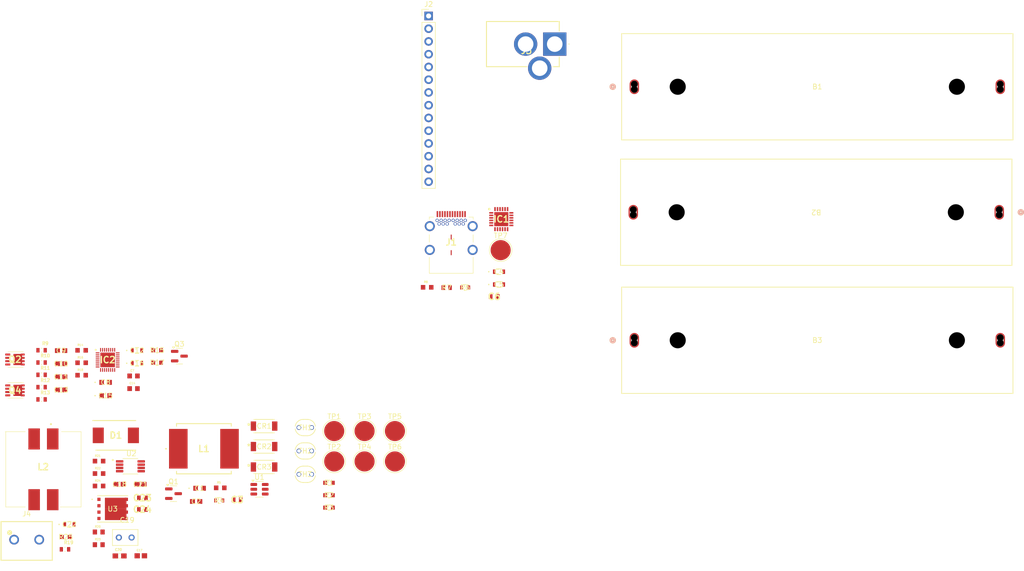
<source format=kicad_pcb>
(kicad_pcb (version 20240108) (generator "pcbnew") (generator_version "8.0")
  (layers (0 "F.Cu" signal) (31 "B.Cu" signal) (34 "B.Paste" user) (35 "F.Paste" user) (36 "B.SilkS" user "B.Silkscreen") (37 "F.SilkS" user "F.Silkscreen") (38 "B.Mask" user) (39 "F.Mask" user) (44 "Edge.Cuts" user))
  (net 0 "")
  (net 1 "BATT+")
  (net 2 "Net-(B1-Pad1)")
  (net 3 "Net-(B2-Pad1)")
  (net 4 "GND")
  (net 5 "/Charging Circuit/CHARGE_IN")
  (net 6 "Net-(U1-BOOT)")
  (net 7 "Net-(U1-SW)")
  (net 8 "Net-(IC1-VREG_2V7)")
  (net 9 "Net-(IC1-VREG_1V2)")
  (net 10 "VBUS")
  (net 11 "Net-(IC2-VC0)")
  (net 12 "Net-(IC2-VC2)")
  (net 13 "Net-(IC2-VC5)")
  (net 14 "Net-(IC2-VC1)")
  (net 15 "Net-(IC2-CP1)")
  (net 16 "Net-(IC2-SRN)")
  (net 17 "Net-(IC2-SRP)")
  (net 18 "Net-(IC2-REG18)")
  (net 19 "Net-(IC2-REG1)")
  (net 20 "/Solar Power/SOLAR_VIN")
  (net 21 "Net-(U2-VIN)")
  (net 22 "Net-(U2-COMP)")
  (net 23 "Net-(C20-Pad1)")
  (net 24 "/Solar Power/Isense")
  (net 25 "Net-(C22-Pad1)")
  (net 26 "Net-(D1-A)")
  (net 27 "/Charging Circuit/SOLAR_15V_OUT")
  (net 28 "/Charging Circuit/DC_BARREL_JACK")
  (net 33 "/Battery Management/SDA")
  (net 39 "/USB-C/CC1")
  (net 41 "/USB-C/CC2")
  (net 44 "Net-(IC1-ADDR0)")
  (net 46 "/Battery Management/SCL")
  (net 47 "Net-(IC2-REGIN)")
  (net 48 "/Battery Management/MCU_DISCHRG_CTRL")
  (net 51 "/Battery Management/MCU_CHRG_CTRL")
  (net 56 "/Battery Management/ALERT")
  (net 57 "Net-(IC2-PACK)")
  (net 59 "Net-(IC2-CHG)")
  (net 60 "Net-(IC2-BREG)")
  (net 61 "Net-(IC2-DSG)")
  (net 69 "/USB-C/D-")
  (net 76 "/USB-C/D+")
  (net 80 "/Thermistors/ADC1_MCU")
  (net 81 "/Thermistors/ADC2_MCU")
  (net 83 "/Battery Management/TO_LOAD")
  (net 84 "/Thermistors/ADC3_MCU")
  (net 85 "3V3")
  (net 86 "/Charging Circuit/MCU_CHARGE_EN")
  (net 87 "Net-(Q1-D)")
  (net 88 "Net-(Q2-S_1)")
  (net 89 "Net-(Q3-D)")
  (net 90 "Net-(U1-FB)")
  (net 91 "Net-(U2-FA{slash}SYNC{slash}SD)")
  (net 92 "/Solar Power/DR_Source")
  (net 93 "Net-(U2-FB)")
  (net 100 "Net-(U2-DR)")
  (footprint "RobotBMS:RES_ERJPA3F20R0V" (layer "F.Cu") (at 38.575 103.385)
    (property "Reference" "R11" (at 0.732 -1.3564 0) (layer "F.SilkS") (effects (font (size 0.64 0.64))))
    (property "Value" "20")
    (pad "1" smd rect (at -0.725 0) (size 0.65 0.9) (layers "F.Cu" "F.Paste" "F.Mask") (net 2 "Net-(B1-Pad1)"))
    (pad "2" smd rect (at 0.725 0) (size 0.65 0.9) (layers "F.Cu" "F.Paste" "F.Mask") (net 12 "Net-(IC2-VC2)"))
  )
  (footprint "TestPoint:TestPoint_Pad_D4.0mm" (layer "F.Cu") (at 102.915 114.585)
    (property "Reference" "TP3" (at 0 -2.898 0) (layer "F.SilkS"))
    (property "Value" "NTC2")
    (pad "1" smd circle (at 0 0) (size 4 4) (layers "F.Cu" "F.Mask") (net 81 "/Thermistors/ADC2_MCU"))
  )
  (footprint "RobotBMS:RESC1608X55N" (layer "F.Cu") (at 115.383 85.95)
    (property "Reference" "R8" (at -0.26 -1.05 0) (layer "F.SilkS") (effects (font (size 0.393701 0.393701) (thickness 0.098425))))
    (property "Value" "100")
    (pad "1" smd rect (at -0.814 0) (size 0.89 0.93) (layers "F.Cu" "F.Paste" "F.Mask") (net 69 "/USB-C/D-"))
    (pad "2" smd rect (at 0.814 0) (size 0.89 0.93) (layers "F.Cu" "F.Paste" "F.Mask") (net 76 "/USB-C/D+"))
  )
  (footprint "RobotBMS:CAPC1608X90N" (layer "F.Cu") (at 58.66 127.915)
    (property "Reference" "C23" (at 0 0 0) (layer "F.SilkS") (effects (font (size 1.27 1.27) (thickness 0.254))))
    (property "Value" "10u" (hide yes))
    (pad "1" smd rect (at -0.71 0) (size 0.73 0.94) (layers "F.Cu" "F.Paste" "F.Mask") (net 4 "GND"))
    (pad "2" smd rect (at 0.71 0) (size 0.73 0.94) (layers "F.Cu" "F.Paste" "F.Mask") (net 27 "/Charging Circuit/SOLAR_15V_OUT"))
  )
  (footprint "RobotBMS:CAPC1608X90N" (layer "F.Cu") (at 128.75 87.805)
    (property "Reference" "C6" (at 0 0 0) (layer "F.SilkS") (effects (font (size 1.27 1.27) (thickness 0.254))))
    (property "Value" "10u" (hide yes))
    (pad "1" smd rect (at -0.71 0) (size 0.73 0.94) (layers "F.Cu" "F.Paste" "F.Mask") (net 4 "GND"))
    (pad "2" smd rect (at 0.71 0) (size 0.73 0.94) (layers "F.Cu" "F.Paste" "F.Mask") (net 10 "VBUS"))
  )
  (footprint "RobotBMS:CAPC1608X90N" (layer "F.Cu") (at 58.66 130.205)
    (property "Reference" "C24" (at 0 0 0) (layer "F.SilkS") (effects (font (size 1.27 1.27) (thickness 0.254))))
    (property "Value" "10u" (hide yes))
    (pad "1" smd rect (at -0.71 0) (size 0.73 0.94) (layers "F.Cu" "F.Paste" "F.Mask") (net 4 "GND"))
    (pad "2" smd rect (at 0.71 0) (size 0.73 0.94) (layers "F.Cu" "F.Paste" "F.Mask") (net 27 "/Charging Circuit/SOLAR_15V_OUT"))
  )
  (footprint "RobotBMS:RC0603N_YAG" (layer "F.Cu") (at 95.8259 124.8966)
    (property "Reference" "R1" (at 0 0 0) (layer "F.SilkS"))
    (property "Value" "3k24")
    (pad "1" smd rect (at -0.7747 0) (size 0.762 0.8128) (layers "F.Cu" "F.Paste" "F.Mask") (net 85 "3V3"))
    (pad "2" smd rect (at 0.7747 0) (size 0.762 0.8128) (layers "F.Cu" "F.Paste" "F.Mask") (net 80 "/Thermistors/ADC1_MCU"))
  )
  (footprint "RobotBMS:CAPC1608X97N" (layer "F.Cu") (at 56.89 106.13)
    (property "Reference" "C14" (at -0.24 -1.07 0) (layer "F.SilkS") (effects (font (size 0.393701 0.393701))))
    (property "Value" "100p")
    (pad "1" smd rect (at -0.776 0) (size 0.92 0.97) (layers "F.Cu" "F.Paste" "F.Mask") (net 17 "Net-(IC2-SRP)"))
    (pad "2" smd rect (at 0.776 0) (size 0.92 0.97) (layers "F.Cu" "F.Paste" "F.Mask") (net 16 "Net-(IC2-SRN)"))
  )
  (footprint "RobotBMS:RESC1608X55N" (layer "F.Cu") (at 50.023 125.53)
    (property "Reference" "R24" (at -0.26 -1.05 0) (layer "F.SilkS") (effects (font (size 0.393701 0.393701) (thickness 0.098425))))
    (property "Value" "110k")
    (pad "1" smd rect (at -0.814 0) (size 0.89 0.93) (layers "F.Cu" "F.Paste" "F.Mask") (net 93 "Net-(U2-FB)"))
    (pad "2" smd rect (at 0.814 0) (size 0.89 0.93) (layers "F.Cu" "F.Paste" "F.Mask") (net 27 "/Charging Circuit/SOLAR_15V_OUT"))
  )
  (footprint "TestPoint:TestPoint_Pad_D4.0mm" (layer "F.Cu") (at 108.965 120.635)
    (property "Reference" "TP6" (at 0 -2.898 0) (layer "F.SilkS"))
    (property "Value" "NTC3")
    (pad "1" smd circle (at 0 0) (size 4 4) (layers "F.Cu" "F.Mask") (net 4 "GND"))
  )
  (footprint "RobotBMS:RES_ERJPA3F20R0V" (layer "F.Cu") (at 38.575 105.835)
    (property "Reference" "R12" (at 0.732 -1.3564 0) (layer "F.SilkS") (effects (font (size 0.64 0.64))))
    (property "Value" "20")
    (pad "1" smd rect (at -0.725 0) (size 0.65 0.9) (layers "F.Cu" "F.Paste" "F.Mask") (net 1 "BATT+"))
    (pad "2" smd rect (at 0.725 0) (size 0.65 0.9) (layers "F.Cu" "F.Paste" "F.Mask") (net 13 "Net-(IC2-VC5)"))
  )
  (footprint "RobotBMS:RES_ERJPA3F20R0V" (layer "F.Cu") (at 38.575 98.485)
    (property "Reference" "R9" (at 0.732 -1.3564 0) (layer "F.SilkS") (effects (font (size 0.64 0.64))))
    (property "Value" "20")
    (pad "1" smd rect (at -0.725 0) (size 0.65 0.9) (layers "F.Cu" "F.Paste" "F.Mask") (net 3 "Net-(B2-Pad1)"))
    (pad "2" smd rect (at 0.725 0) (size 0.65 0.9) (layers "F.Cu" "F.Paste" "F.Mask") (net 14 "Net-(IC2-VC1)"))
  )
  (footprint "RobotBMS:CAPC17595_87N_KEM" (layer "F.Cu") (at 42.460798 106.396393)
    (property "Reference" "C13" (at 0 0 0) (layer "F.SilkS"))
    (property "Value" "0.1u")
    (pad "1" smd rect (at -0.727799 0) (size 1.005599 0.949998) (layers "F.Cu" "F.Paste" "F.Mask") (net 17 "Net-(IC2-SRP)"))
    (pad "2" smd rect (at 0.727799 0) (size 1.005599 0.949998) (layers "F.Cu" "F.Paste" "F.Mask") (net 16 "Net-(IC2-SRN)"))
  )
  (footprint "RobotBMS:CAP_GRM188R61H225KE11__MUR" (layer "F.Cu") (at 51.3279 107.5365)
    (property "Reference" "C15" (at 0 0 0) (layer "F.SilkS"))
    (property "Value" "2.2u")
    (pad "1" smd rect (at -0.8001 0) (size 0.9144 0.9906) (layers "F.Cu" "F.Paste" "F.Mask") (net 4 "GND"))
    (pad "2" smd rect (at 0.8001 0) (size 0.9144 0.9906) (layers "F.Cu" "F.Paste" "F.Mask") (net 18 "Net-(IC2-REG18)"))
  )
  (footprint "Connector_PinHeader_2.54mm:PinHeader_1x14_P2.54mm_Vertical" (layer "F.Cu") (at 115.675 31.895)
    (property "Reference" "J2" (at 0 -2.33 0) (layer "F.SilkS"))
    (property "Value" "Conn_01x14_Pin")
    (pad "1" thru_hole rect (at 0 0) (size 1.7 1.7) (drill 1) (layers "*.Cu" "*.Mask"))
    (pad "2" thru_hole oval (at 0 2.54) (size 1.7 1.7) (drill 1) (layers "*.Cu" "*.Mask") (net 4 "GND"))
    (pad "3" thru_hole oval (at 0 5.08) (size 1.7 1.7) (drill 1) (layers "*.Cu" "*.Mask") (net 84 "/Thermistors/ADC3_MCU"))
    (pad "4" thru_hole oval (at 0 7.62) (size 1.7 1.7) (drill 1) (layers "*.Cu" "*.Mask") (net 81 "/Thermistors/ADC2_MCU"))
    (pad "5" thru_hole oval (at 0 10.16) (size 1.7 1.7) (drill 1) (layers "*.Cu" "*.Mask") (net 80 "/Thermistors/ADC1_MCU"))
    (pad "6" thru_hole oval (at 0 12.7) (size 1.7 1.7) (drill 1) (layers "*.Cu" "*.Mask") (net 86 "/Charging Circuit/MCU_CHARGE_EN"))
    (pad "7" thru_hole oval (at 0 15.24) (size 1.7 1.7) (drill 1) (layers "*.Cu" "*.Mask") (net 4 "GND"))
    (pad "8" thru_hole oval (at 0 17.78) (size 1.7 1.7) (drill 1) (layers "*.Cu" "*.Mask") (net 83 "/Battery Management/TO_LOAD"))
    (pad "9" thru_hole oval (at 0 20.32) (size 1.7 1.7) (drill 1) (layers "*.Cu" "*.Mask") (net 46 "/Battery Management/SCL"))
    (pad "10" thru_hole oval (at 0 22.86) (size 1.7 1.7) (drill 1) (layers "*.Cu" "*.Mask") (net 33 "/Battery Management/SDA"))
    (pad "11" thru_hole oval (at 0 25.4) (size 1.7 1.7) (drill 1) (layers "*.Cu" "*.Mask") (net 56 "/Battery Management/ALERT"))
    (pad "12" thru_hole oval (at 0 27.94) (size 1.7 1.7) (drill 1) (layers "*.Cu" "*.Mask") (net 51 "/Battery Management/MCU_CHRG_CTRL"))
    (pad "13" thru_hole oval (at 0 30.48) (size 1.7 1.7) (drill 1) (layers "*.Cu" "*.Mask") (net 48 "/Battery Management/MCU_DISCHRG_CTRL"))
    (pad "14" thru_hole oval (at 0 33.02) (size 1.7 1.7) (drill 1) (layers "*.Cu" "*.Mask") (net 85 "3V3"))
  )
  (footprint "RobotBMS:CAPC1608X90N" (layer "F.Cu") (at 77.54 128.285)
    (property "Reference" "C3" (at 0 0 0) (layer "F.SilkS") (effects (font (size 1.27 1.27) (thickness 0.254))))
    (property "Value" "10u" (hide yes))
    (pad "1" smd rect (at -0.71 0) (size 0.73 0.94) (layers "F.Cu" "F.Paste" "F.Mask") (net 4 "GND"))
    (pad "2" smd rect (at 0.71 0) (size 0.73 0.94) (layers "F.Cu" "F.Paste" "F.Mask") (net 1 "BATT+"))
  )
  (footprint "RobotBMS:CAPC1608X90" (layer "F.Cu") (at 54.1184 139.4584)
    (property "Reference" "C20" (at -0.235808 -1.239253 0) (layer "F.SilkS") (effects (font (size 0.474067 0.474067))))
    (property "Value" "180n")
    (pad "1" smd rect (at -0.85 0) (size 1.1 1) (layers "F.Cu" "F.Paste" "F.Mask") (net 23 "Net-(C20-Pad1)"))
    (pad "2" smd rect (at 0.85 0) (size 1.1 1) (layers "F.Cu" "F.Paste" "F.Mask") (net 4 "GND"))
  )
  (footprint "RobotBMS:SIS862DNT1GE3" (layer "F.Cu") (at 33.39 100.335)
    (property "Reference" "Q2" (at -0.12 0 0) (layer "F.SilkS") (effects (font (size 1.27 1.27) (thickness 0.254))))
    (property "Value" "SIS413DN-T1-GE3" (hide yes))
    (pad "1" smd rect (at -1.555 -0.992 90) (size 0.405 0.99) (layers "F.Cu" "F.Paste" "F.Mask") (net 88 "Net-(Q2-S_1)"))
    (pad "2" smd rect (at -1.555 -0.332 90) (size 0.405 0.99) (layers "F.Cu" "F.Paste" "F.Mask") (net 88 "Net-(Q2-S_1)"))
    (pad "3" smd rect (at -1.555 0.328 90) (size 0.405 0.99) (layers "F.Cu" "F.Paste" "F.Mask") (net 88 "Net-(Q2-S_1)"))
    (pad "4" smd rect (at -1.555 0.988 90) (size 0.405 0.99) (layers "F.Cu" "F.Paste" "F.Mask") (net 59 "Net-(IC2-CHG)"))
    (pad "5" smd rect (at 1.555 0.988 90) (size 0.405 0.51) (layers "F.Cu" "F.Paste" "F.Mask") (net 1 "BATT+"))
    (pad "6" smd rect (at 1.555 0.328 90) (size 0.405 0.51) (layers "F.Cu" "F.Paste" "F.Mask") (net 1 "BATT+"))
    (pad "7" smd rect (at 1.555 -0.332 90) (size 0.405 0.51) (layers "F.Cu" "F.Paste" "F.Mask") (net 1 "BATT+"))
    (pad "8" smd rect (at 1.555 -0.992 90) (size 0.405 0.51) (layers "F.Cu" "F.Paste" "F.Mask") (net 1 "BATT+"))
    (pad "9" smd rect (at 0.438 -0.002) (size 1.725 2.235) (layers "F.Cu" "F.Paste" "F.Mask"))
    (pad "10" smd rect (at 1.175 1.156 90) (size 0.077 0.25) (layers "F.Cu" "F.Paste" "F.Mask"))
    (pad "11" smd rect (at 1.175 -1.156 90) (size 0.077 0.25) (layers "F.Cu" "F.Paste" "F.Mask"))
  )
  (footprint "TestPoint:TestPoint_Pad_D4.0mm" (layer "F.Cu") (at 108.965 114.585)
    (property "Reference" "TP5" (at 0 -2.898 0) (layer "F.SilkS"))
    (property "Value" "NTC3")
    (pad "1" smd circle (at 0 0) (size 4 4) (layers "F.Cu" "F.Mask") (net 84 "/Thermistors/ADC3_MCU"))
  )
  (footprint "RobotBMS:RC0603N_YAG" (layer "F.Cu") (at 95.8259 127.3698)
    (property "Reference" "R2" (at 0 0 0) (layer "F.SilkS"))
    (property "Value" "3k24")
    (pad "1" smd rect (at -0.7747 0) (size 0.762 0.8128) (layers "F.Cu" "F.Paste" "F.Mask") (net 85 "3V3"))
    (pad "2" smd rect (at 0.7747 0) (size 0.762 0.8128) (layers "F.Cu" "F.Paste" "F.Mask") (net 81 "/Thermistors/ADC2_MCU"))
  )
  (footprint "RobotBMS:QFN40P400X400X80-33N-D" (layer "F.Cu") (at 51.73 100.41)
    (property "Reference" "IC2" (at 0 0 0) (layer "F.SilkS") (effects (font (size 1.27 1.27) (thickness 0.254))))
    (property "Value" "BQ76922RSNR" (hide yes))
    (pad "1" smd rect (at -2 -1.4 90) (size 0.2 0.75) (layers "F.Cu" "F.Paste" "F.Mask") (net 1 "BATT+"))
    (pad "2" smd rect (at -2 -1 90) (size 0.2 0.75) (layers "F.Cu" "F.Paste" "F.Mask") (net 13 "Net-(IC2-VC5)"))
    (pad "3" smd rect (at -2 -0.6 90) (size 0.2 0.75) (layers "F.Cu" "F.Paste" "F.Mask") (net 12 "Net-(IC2-VC2)"))
    (pad "4" smd rect (at -2 -0.2 90) (size 0.2 0.75) (layers "F.Cu" "F.Paste" "F.Mask") (net 12 "Net-(IC2-VC2)"))
    (pad "5" smd rect (at -2 0.2 90) (size 0.2 0.75) (layers "F.Cu" "F.Paste" "F.Mask") (net 12 "Net-(IC2-VC2)"))
    (pad "6" smd rect (at -2 0.6 90) (size 0.2 0.75) (layers "F.Cu" "F.Paste" "F.Mask") (net 12 "Net-(IC2-VC2)"))
    (pad "7" smd rect (at -2 1 90) (size 0.2 0.75) (layers "F.Cu" "F.Paste" "F.Mask") (net 12 "Net-(IC2-VC2)"))
    (pad "8" smd rect (at -2 1.4 90) (size 0.2 0.75) (layers "F.Cu" "F.Paste" "F.Mask") (net 14 "Net-(IC2-VC1)"))
    (pad "9" smd rect (at -1.4 2) (size 0.2 0.75) (layers "F.Cu" "F.Paste" "F.Mask") (net 11 "Net-(IC2-VC0)"))
    (pad "10" smd rect (at -1 2) (size 0.2 0.75) (layers "F.Cu" "F.Paste" "F.Mask") (net 4 "GND"))
    (pad "11" smd rect (at -0.6 2) (size 0.2 0.75) (layers "F.Cu" "F.Paste" "F.Mask") (net 17 "Net-(IC2-SRP)"))
    (pad "12" smd rect (at -0.2 2) (size 0.2 0.75) (layers "F.Cu" "F.Paste" "F.Mask") (net 16 "Net-(IC2-SRN)"))
    (pad "13" smd rect (at 0.2 2) (size 0.2 0.75) (layers "F.Cu" "F.Paste" "F.Mask"))
    (pad "14" smd rect (at 0.6 2) (size 0.2 0.75) (layers "F.Cu" "F.Paste" "F.Mask"))
    (pad "15" smd rect (at 1 2) (size 0.2 0.75) (layers "F.Cu" "F.Paste" "F.Mask") (net 18 "Net-(IC2-REG18)"))
    (pad "16" smd rect (at 1.4 2) (size 0.2 0.75) (layers "F.Cu" "F.Paste" "F.Mask") (net 56 "/Battery Management/ALERT"))
    (pad "17" smd rect (at 2 1.4 90) (size 0.2 0.75) (layers "F.Cu" "F.Paste" "F.Mask") (net 46 "/Battery Management/SCL"))
    (pad "18" smd rect (at 2 1 90) (size 0.2 0.75) (layers "F.Cu" "F.Paste" "F.Mask") (net 33 "/Battery Management/SDA"))
    (pad "19" smd rect (at 2 0.6 90) (size 0.2 0.75) (layers "F.Cu" "F.Paste" "F.Mask") (net 51 "/Battery Management/MCU_CHRG_CTRL"))
    (pad "20" smd rect (at 2 0.2 90) (size 0.2 0.75) (layers "F.Cu" "F.Paste" "F.Mask") (net 48 "/Battery Management/MCU_DISCHRG_CTRL"))
    (pad "21" smd rect (at 2 -0.2 90) (size 0.2 0.75) (layers "F.Cu" "F.Paste" "F.Mask"))
    (pad "22" smd rect (at 2 -0.6 90) (size 0.2 0.75) (layers "F.Cu" "F.Paste" "F.Mask") (net 19 "Net-(IC2-REG1)"))
    (pad "23" smd rect (at 2 -1 90) (size 0.2 0.75) (layers "F.Cu" "F.Paste" "F.Mask") (net 47 "Net-(IC2-REGIN)"))
    (pad "24" smd rect (at 2 -1.4 90) (size 0.2 0.75) (layers "F.Cu" "F.Paste" "F.Mask") (net 60 "Net-(IC2-BREG)"))
    (pad "25" smd rect (at 1.4 -2) (size 0.2 0.75) (layers "F.Cu" "F.Paste" "F.Mask"))
    (pad "26" smd rect (at 1 -2) (size 0.2 0.75) (layers "F.Cu" "F.Paste" "F.Mask"))
    (pad "27" smd rect (at 0.6 -2) (size 0.2 0.75) (layers "F.Cu" "F.Paste" "F.Mask"))
    (pad "28" smd rect (at 0.2 -2) (size 0.2 0.75) (layers "F.Cu" "F.Paste" "F.Mask"))
    (pad "29" smd rect (at -0.2 -2) (size 0.2 0.75) (layers "F.Cu" "F.Paste" "F.Mask") (net 57 "Net-(IC2-PACK)"))
    (pad "30" smd rect (at -0.6 -2) (size 0.2 0.75) (layers "F.Cu" "F.Paste" "F.Mask") (net 61 "Net-(IC2-DSG)"))
    (pad "31" smd rect (at -1 -2) (size 0.2 0.75) (layers "F.Cu" "F.Paste" "F.Mask") (net 59 "Net-(IC2-CHG)"))
    (pad "32" smd rect (at -1.4 -2) (size 0.2 0.75) (layers "F.Cu" "F.Paste" "F.Mask") (net 15 "Net-(IC2-CP1)"))
    (pad "33" smd rect (at 0 0) (size 2.9 2.9) (layers "F.Cu" "F.Paste" "F.Mask") (net 4 "GND"))
  )
  (footprint "RobotBMS:691137710002" (layer "F.Cu") (at 35.6035 136.2235)
    (property "Reference" "J4" (at 0 -5.135 0) (layer "F.SilkS"))
    (property "Value" "691137710002")
    (pad "1" thru_hole circle (at -2.5 0) (size 1.95 1.95) (drill 1.3) (layers "*.Cu" "*.Mask") (net 4 "GND"))
    (pad "2" thru_hole circle (at 2.5 0) (size 1.95 1.95) (drill 1.3) (layers "*.Cu" "*.Mask") (net 20 "/Solar Power/SOLAR_VIN"))
  )
  (footprint "RobotBMS:RES_R0603_ROM" (layer "F.Cu") (at 73.9602 128.4147)
    (property "Reference" "R4" (at 0 0 0) (layer "F.SilkS"))
    (property "Value" "100k")
    (pad "1" smd rect (at -0.75 0) (size 0.5 0.8128) (layers "F.Cu" "F.Paste" "F.Mask") (net 90 "Net-(U1-FB)"))
    (pad "2" smd rect (at 0.75 0) (size 0.5 0.8128) (layers "F.Cu" "F.Paste" "F.Mask") (net 1 "BATT+"))
  )
  (footprint "RobotBMS:RES_R0603_ROM" (layer "F.Cu") (at 122.9502 85.9847)
    (property "Reference" "R6" (at 0 0 0) (layer "F.SilkS"))
    (property "Value" "100k")
    (pad "1" smd rect (at -0.75 0) (size 0.5 0.8128) (layers "F.Cu" "F.Paste" "F.Mask") (net 4 "GND"))
    (pad "2" smd rect (at 0.75 0) (size 0.5 0.8128) (layers "F.Cu" "F.Paste" "F.Mask") (net 44 "Net-(IC1-ADDR0)"))
  )
  (footprint "RobotBMS:CAPC17795_95N_KEM" (layer "F.Cu") (at 58.240798 125.185199)
    (property "Reference" "C21" (at 0 0 0) (layer "F.SilkS"))
    (property "Value" "820p")
    (pad "1" smd rect (at -0.677799 0) (size 1.125598 0.949998) (layers "F.Cu" "F.Paste" "F.Mask") (net 24 "/Solar Power/Isense"))
    (pad "2" smd rect (at 0.677799 0) (size 1.125598 0.949998) (layers "F.Cu" "F.Paste" "F.Mask") (net 4 "GND"))
  )
  (footprint "RobotBMS:CAPC1608X120N" (layer "F.Cu") (at 58.343 139.433)
    (property "Reference" "C17" (at -0.26 -1.1 0) (layer "F.SilkS") (effects (font (size 0.393701 0.393701))))
    (property "Value" "4.7u")
    (pad "1" smd rect (at -0.72 0) (size 1.07 1.02) (layers "F.Cu" "F.Paste" "F.Mask") (net 4 "GND"))
    (pad "2" smd rect (at 0.72 0) (size 1.07 1.02) (layers "F.Cu" "F.Paste" "F.Mask") (net 20 "/Solar Power/SOLAR_VIN"))
  )
  (footprint "TestPoint:TestPoint_Pad_D4.0mm" (layer "F.Cu") (at 130.025 78.545)
    (property "Reference" "TP7" (at 0 -2.898 0) (layer "F.SilkS"))
    (property "Value" "VBUS_Test")
    (pad "1" smd circle (at 0 0) (size 4 4) (layers "F.Cu" "F.Mask") (net 10 "VBUS"))
  )
  (footprint "RobotBMS:THERMISTORS_100E3103HB0_VIS" (layer "F.Cu") (at 89.8352 113.8888)
    (property "Reference" "TH1" (at 1.27 0 0) (layer "F.SilkS"))
    (property "Value" "NTCLE100E3103HB0")
    (pad "1" thru_hole circle (at 0 0) (size 0.9144 0.9144) (drill 0.6604) (layers "*.Cu" "*.Mask"))
    (pad "2" thru_hole circle (at 2.54 0) (size 0.9144 0.9144) (drill 0.6604) (layers "*.Cu" "*.Mask"))
  )
  (footprint "RobotBMS:RESC1608X55N" (layer "F.Cu") (at 50.023 120.57)
    (property "Reference" "R21" (at -0.26 -1.05 0) (layer "F.SilkS") (effects (font (size 0.393701 0.393701) (thickness 0.098425))))
    (property "Value" "40k2")
    (pad "1" smd rect (at -0.814 0) (size 0.89 0.93) (layers "F.Cu" "F.Paste" "F.Mask") (net 4 "GND"))
    (pad "2" smd rect (at 0.814 0) (size 0.89 0.93) (layers "F.Cu" "F.Paste" "F.Mask") (net 91 "Net-(U2-FA{slash}SYNC{slash}SD)"))
  )
  (footprint "RobotBMS:RC0603N_YAG" (layer "F.Cu") (at 95.8259 129.843)
    (property "Reference" "R3" (at 0 0 0) (layer "F.SilkS"))
    (property "Value" "3k24")
    (pad "1" smd rect (at -0.7747 0) (size 0.762 0.8128) (layers "F.Cu" "F.Paste" "F.Mask") (net 85 "3V3"))
    (pad "2" smd rect (at 0.7747 0) (size 0.762 0.8128) (layers "F.Cu" "F.Paste" "F.Mask") (net 84 "/Thermistors/ADC3_MCU"))
  )
  (footprint "RobotBMS:MSD1583223MEB" (layer "F.Cu") (at 38.94 122.21)
    (property "Reference" "L2" (at -0.05 -0.475 0) (layer "F.SilkS") (effects (font (size 1.27 1.27) (thickness 0.254))))
    (property "Value" "MSD1583-223MEB" (hide yes))
    (pad "1" smd rect (at 1.85 -6.05) (size 2.3 4.2) (layers "F.Cu" "F.Paste" "F.Mask") (net 25 "Net-(C22-Pad1)"))
    (pad "2" smd rect (at -1.85 -6.05) (size 2.3 4.2) (layers "F.Cu" "F.Paste" "F.Mask") (net 26 "Net-(D1-A)"))
    (pad "3" smd rect (at -1.85 6.05) (size 2.3 4.2) (layers "F.Cu" "F.Paste" "F.Mask") (net 20 "/Solar Power/SOLAR_VIN"))
    (pad "4" smd rect (at 1.85 6.05) (size 2.3 4.2) (layers "F.Cu" "F.Paste" "F.Mask") (net 4 "GND"))
  )
  (footprint "RobotBMS:BAT_BH-18650-PC_MPD" (layer "F.Cu") (at 229.345117 71 180)
    (property "Reference" "B2" (at 36.450017 0 180) (layer "F.SilkS"))
    (property "Value" "BH-18650-PC")
    (fp_line (start 72.900006 0.5207) (end 72.900006 -0.5207) (stroke (width 1.3716)) (layer "Edge.Cuts"))
    (fp_line (start 0 0.5207) (end 0 -0.5207) (stroke (width 1.3716)) (layer "Edge.Cuts"))
    (pad "" np_thru_hole circle (at 0 -0.5207 180) (size 1.3716 1.3716) (drill 1.3716) (layers))
    (pad "" np_thru_hole circle (at 0 0.5207 180) (size 1.3716 1.3716) (drill 1.3716) (layers))
    (pad "" np_thru_hole circle (at 8.645015 0 180) (size 3.2004 3.2004) (drill 3.2004) (layers))
    (pad "" np_thru_hole circle (at 64.255019 0 180) (size 3.2004 3.2004) (drill 3.2004) (layers))
    (pad "" np_thru_hole circle (at 72.900006 -0.5207 180) (size 1.3716 1.3716) (drill 1.3716) (layers))
    (pad "" np_thru_hole circle (at 72.900006 0.5207 180) (size 1.3716 1.3716) (drill 1.3716) (layers))
    (pad "1" smd oval (at 0 0 180) (size 1.8796 2.921) (layers "F.Cu" "F.Paste" "F.Mask") (net 3 "Net-(B2-Pad1)"))
    (pad "2" smd oval (at 72.900023 0 180) (size 1.8796 2.921) (layers "F.Cu" "F.Paste" "F.Mask") (net 2 "Net-(B1-Pad1)"))
  )
  (footprint "RobotBMS:RESC1608X55N" (layer "F.Cu") (at 46.553 103.46)
    (property "Reference" "R18" (at -0.26 -1.05 0) (layer "F.SilkS") (effects (font (size 0.393701 0.393701) (thickness 0.098425))))
    (property "Value" "100")
    (pad "1" smd rect (at -0.814 0) (size 0.89 0.93) (layers "F.Cu" "F.Paste" "F.Mask") (net 89 "Net-(Q3-D)"))
    (pad "2" smd rect (at 0.814 0) (size 0.89 0.93) (layers "F.Cu" "F.Paste" "F.Mask") (net 1 "BATT+"))
  )
  (footprint "RobotBMS:CAP_1608_TDK" (layer "F.Cu") (at 129.6971 82.8447)
    (property "Reference" "C4" (at 0 0 0) (layer "F.SilkS"))
    (property "Value" "1u")
    (pad "1" smd rect (at -0.9271 0) (size 0.5588 0.889) (layers "F.Cu" "F.Paste" "F.Mask") (net 8 "Net-(IC1-VREG_2V7)"))
    (pad "2" smd rect (at 0.9271 0) (size 0.5588 0.889) (layers "F.Cu" "F.Paste" "F.Mask") (net 4 "GND"))
  )
  (footprint "RobotBMS:M-FLAT_TOS" (layer "F.Cu") (at 82.8945 121.7435)
    (property "Reference" "CR3" (at 0 0 0) (layer "F.SilkS"))
    (property "Value" "CMS05TE12L_Q_M")
    (fp_text user "*" (at -3.0353 0 0) (layer "F.SilkS"))
    (fp_text user "*" (at -3.0353 0 0) (layer "F.SilkS"))
    (pad "1" smd rect (at -2.1209 0) (size 1.0668 1.8542) (layers "F.Cu" "F.Paste" "F.Mask") (net 28 "/Charging Circuit/DC_BARREL_JACK"))
    (pad "2" smd rect (at 2.1209 0) (size 1.0668 1.8542) (layers "F.Cu" "F.Paste" "F.Mask") (net 5 "/Charging Circuit/CHARGE_IN"))
  )
  (footprint "RobotBMS:DQJ8" (layer "F.Cu") (at 52.733801 130.1002)
    (property "Reference" "U3" (at 0 0 0) (layer "F.SilkS"))
    (property "Value" "CSD18563Q5A")
    (fp_poly (pts (xy 2.745201 -2.229999) (xy -1.545199 -2.229999) (xy -1.545199 0) (xy 2.745201 0)) (fill solid) (layer "F.Cu"))
    (fp_poly (pts (xy 2.745201 2.229999) (xy -1.545199 2.229999) (xy -1.545199 0) (xy 2.745201 0)) (fill solid) (layer "F.Cu"))
    (pad "1" smd rect (at -2.735072 -1.905) (size 0.63 0.65) (layers "F.Cu" "F.Paste" "F.Mask") (net 92 "/Solar Power/DR_Source"))
    (pad "2" smd rect (at -2.735072 -0.635) (size 0.63 0.65) (layers "F.Cu" "F.Paste" "F.Mask") (net 92 "/Solar Power/DR_Source"))
    (pad "3" smd rect (at -2.735072 0.635) (size 0.63 0.65) (layers "F.Cu" "F.Paste" "F.Mask") (net 92 "/Solar Power/DR_Source"))
    (pad "4" smd rect (at -2.735072 1.905) (size 0.63 0.65) (layers "F.Cu" "F.Paste" "F.Mask") (net 100 "Net-(U2-DR)"))
    (pad "5" smd rect (at 2.735072 1.905) (size 0.63 0.65) (layers "F.Cu" "F.Paste" "F.Mask") (net 25 "Net-(C22-Pad1)"))
    (pad "6" smd rect (at 2.735072 0.635) (size 0.63 0.65) (layers "F.Cu" "F.Paste" "F.Mask") (net 25 "Net-(C22-Pad1)"))
    (pad "7" smd rect (at 2.735072 -0.635) (size 0.63 0.65) (layers "F.Cu" "F.Paste" "F.Mask") (net 25 "Net-(C22-Pad1)"))
    (pad "8" smd rect (at 2.735072 -1.905) (size 0.63 0.65) (layers "F.Cu" "F.Paste" "F.Mask") (net 25 "Net-(C22-Pad1)"))
  )
  (footprint "RobotBMS:THERMISTORS_100E3103HB0_VIS" (layer "F.Cu") (at 89.8352 123.204)
    (property "Reference" "TH3" (at 1.27 0 0) (layer "F.SilkS"))
    (property "Value" "NTCLE100E3103HB0")
    (pad "1" thru_hole circle (at 0 0) (size 0.9144 0.9144) (drill 0.6604) (layers "*.Cu" "*.Mask"))
    (pad "2" thru_hole circle (at 2.54 0) (size 0.9144 0.9144) (drill 0.6604) (layers "*.Cu" "*.Mask"))
  )
  (footprint "RobotBMS:RES_ERJPA3F20R0V" (layer "F.Cu") (at 38.575 108.285)
    (property "Reference" "R13" (at 0.732 -1.3564 0) (layer "F.SilkS") (effects (font (size 0.64 0.64))))
    (property "Value" "20")
    (pad "1" smd rect (at -0.725 0) (size 0.65 0.9) (layers "F.Cu" "F.Paste" "F.Mask") (net 4 "GND"))
    (pad "2" smd rect (at 0.725 0) (size 0.65 0.9) (layers "F.Cu" "F.Paste" "F.Mask") (net 11 "Net-(IC2-VC0)"))
  )
  (footprint "Package_TO_SOT_SMD:SOT-23" (layer "F.Cu") (at 66.025 99.66)
    (property "Reference" "Q3" (at 0 -2.4 0) (layer "F.SilkS"))
    (property "Value" "2N7002")
    (pad "1" smd roundrect (at -0.9375 -0.95) (size 1.475 0.6) (layers "F.Cu" "F.Paste" "F.Mask") (net 60 "Net-(IC2-BREG)"))
    (pad "2" smd roundrect (at -0.9375 0.95) (size 1.475 0.6) (layers "F.Cu" "F.Paste" "F.Mask") (net 47 "Net-(IC2-REGIN)"))
    (pad "3" smd roundrect (at 0.9375 0) (size 1.475 0.6) (layers "F.Cu" "F.Paste" "F.Mask") (net 89 "Net-(Q3-D)"))
  )
  (footprint "RobotBMS:ETQP5M220YSC" (layer "F.Cu") (at 70.91 118.11)
    (property "Reference" "L1" (at 0 0 0) (layer "F.SilkS") (effects (font (size 1.27 1.27) (thickness 0.254))))
    (property "Value" "ETQ-P5M220YSC" (hide yes))
    (pad "1" smd rect (at -5.1 0) (size 3.7 7.9) (layers "F.Cu" "F.Paste" "F.Mask") (net 7 "Net-(U1-SW)"))
    (pad "2" smd rect (at 5.1 0) (size 3.7 7.9) (layers "F.Cu" "F.Paste" "F.Mask") (net 1 "BATT+"))
  )
  (footprint "RobotBMS:CAPC17595_87N_KEM" (layer "F.Cu") (at 69.360798 128.615199)
    (property "Reference" "C2" (at 0 0 0) (layer "F.SilkS"))
    (property "Value" "0.1u")
    (pad "1" smd rect (at -0.727799 0) (size 1.005599 0.949998) (layers "F.Cu" "F.Paste" "F.Mask") (net 6 "Net-(U1-BOOT)"))
    (pad "2" smd rect (at 0.727799 0) (size 1.005599 0.949998) (layers "F.Cu" "F.Paste" "F.Mask") (net 7 "Net-(U1-SW)"))
  )
  (footprint "RobotBMS:CAP_1608_TDK" (layer "F.Cu") (at 57.5771 98.5347)
    (property "Reference" "C12" (at 0 0 0) (layer "F.SilkS"))
    (property "Value" "0.47u")
    (pad "1" smd rect (at -0.9271 0) (size 0.5588 0.889) (layers "F.Cu" "F.Paste" "F.Mask") (net 1 "BATT+"))
    (pad "2" smd rect (at 0.9271 0) (size 0.5588 0.889) (layers "F.Cu" "F.Paste" "F.Mask") (net 15 "Net-(IC2-CP1)"))
  )
  (footprint "RobotBMS:RES_ERJPA3F20R0V" (layer "F.Cu") (at 38.575 100.935)
    (property "Reference" "R10" (at 0.732 -1.3564 0) (layer "F.SilkS") (effects (font (size 0.64 0.64))))
    (property "Value" "20")
    (pad "1" smd rect (at -0.725 0) (size 0.65 0.9) (layers "F.Cu" "F.Paste" "F.Mask") (net 2 "Net-(B1-Pad1)"))
    (pad "2" smd rect (at 0.725 0) (size 0.65 0.9) (layers "F.Cu" "F.Paste" "F.Mask") (net 12 "Net-(IC2-VC2)"))
  )
  (footprint "RobotBMS:694108301002" (layer "F.Cu") (at 140.8 37.5)
    (property "Reference" "J3" (at -5.638 1.313 0) (layer "F.SilkS") (effects (font (size 1.27 1.27) (thickness 0.254))))
    (property "Value" "694108301002" (hide yes))
    (pad "1" thru_hole rect (at 0 0) (size 4.65 4.65) (drill 3.1) (layers "*.Cu" "*.Mask") (net 28 "/Charging Circuit/DC_BARREL_JACK"))
    (pad "2" thru_hole circle (at -5.8 0) (size 4.65 4.65) (drill 3.1) (layers "*.Cu" "*.Mask") (net 4 "GND"))
    (pad "3" thru_hole circle (at -3 4.8) (size 4.65 4.65) (drill 3.1) (layers "*.Cu" "*.Mask") (net 4 "GND"))
  )
  (footprint "TestPoint:TestPoint_Pad_D4.0mm" (layer "F.Cu") (at 102.915 120.635)
    (property "Reference" "TP4" (at 0 -2.898 0) (layer "F.SilkS"))
    (property "Value" "NTC2")
    (pad "1" smd circle (at 0 0) (size 4 4) (layers "F.Cu" "F.Mask") (net 4 "GND"))
  )
  (footprint "RobotBMS:CAP_GRM188R61H225KE11__MUR" (layer "F.Cu") (at 70.0479 125.9855)
    (property "Reference" "C1" (at 0 0 0) (layer "F.SilkS"))
    (property "Value" "2.2u")
    (pad "1" smd rect (at -0.8001 0) (size 0.9144 0.9906) (layers "F.Cu" "F.Paste" "F.Mask") (net 4 "GND"))
    (pad "2" smd rect (at 0.8001 0) (size 0.9144 0.9906) (layers "F.Cu" "F.Paste" "F.Mask") (net 5 "/Charging Circuit/CHARGE_IN"))
  )
  (footprint "RobotBMS:CAP_GRM188R61H225KE11__MUR" (layer "F.Cu") (at 51.3279 104.8855)
    (property "Reference" "C8" (at 0 0 0) (layer "F.SilkS"))
    (property "Value" "2.2u")
    (pad "1" smd rect (at -0.8001 0) (size 0.9144 0.9906) (layers "F.Cu" "F.Paste" "F.Mask") (net 4 "GND"))
    (pad "2" smd rect (at 0.8001 0) (size 0.9144 0.9906) (layers "F.Cu" "F.Paste" "F.Mask") (net 1 "BATT+"))
  )
  (footprint "RobotBMS:CAPC17595_87N_KEM" (layer "F.Cu") (at 54.110798 125.185199)
    (property "Reference" "C18" (at 0 0 0) (layer "F.SilkS"))
    (property "Value" "0.1u")
    (pad "1" smd rect (at -0.727799 0) (size 1.005599 0.949998) (layers "F.Cu" "F.Paste" "F.Mask") (net 21 "Net-(U2-VIN)"))
    (pad "2" smd rect (at 0.727799 0) (size 1.005599 0.949998) (layers "F.Cu" "F.Paste" "F.Mask") (net 4 "GND"))
  )
  (footprint "RobotBMS:RESC1508X50N" (layer "F.Cu") (at 49.959 137.225)
    (property "Reference" "R23" (at -0.19 -1.07 0) (layer "F.SilkS") (effects (font (size 0.393701 0.393701))))
    (property "Value" "13 milli_Ohm")
    (pad "1" smd rect (at -0.765 0) (size 0.86 0.98) (layers "F.Cu" "F.Paste" "F.Mask") (net 4 "GND"))
    (pad "2" smd rect (at 0.765 0) (size 0.86 0.98) (layers "F.Cu" "F.Paste" "F.Mask") (net 92 "/Solar Power/DR_Source"))
  )
  (footprint "RobotBMS:RESC1608X55N" (layer "F.Cu") (at 74.163 125.9)
    (property "Reference" "R5" (at -0.26 -1.05 0) (layer "F.SilkS") (effects (font (size 0.393701 0.393701) (thickness 0.098425))))
    (property "Value" "4.81k")
    (pad "1" smd rect (at -0.814 0) (size 0.89 0.93) (layers "F.Cu" "F.Paste" "F.Mask") (net 90 "Net-(U1-FB)"))
    (pad "2" smd rect (at 0.814 0) (size 0.89 0.93) (layers "F.Cu" "F.Paste" "F.Mask") (net 4 "GND"))
  )
  (footprint "RobotBMS:RESC1608X55N" (layer "F.Cu") (at 46.553 100.98)
    (property "Reference" "R16" (at -0.26 -1.05 0) (layer "F.SilkS") (effects (font (size 0.393701 0.393701) (thickness 0.098425))))
    (property "Value" "100")
    (pad "1" smd rect (at -0.814 0) (size 0.89 0.93) (layers "F.Cu" "F.Paste" "F.Mask") (net 4 "GND"))
    (pad "2" smd rect (at 0.814 0) (size 0.89 0.93) (layers "F.Cu" "F.Paste" "F.Mask") (net 16 "Net-(IC2-SRN)"))
  )
  (footprint "RobotBMS:CAPC17595_87N_KEM" (layer "F.Cu") (at 42.460798 101.175597)
    (property "Reference" "C10" (at 0 0 0) (layer "F.SilkS"))
    (property "Value" "0.1u")
    (pad "1" smd rect (at -0.727799 0) (size 1.005599 0.949998) (layers "F.Cu" "F.Paste" "F.Mask") (net 13 "Net-(IC2-VC5)"))
    (pad "2" smd rect (at 0.727799 0) (size 1.005599 0.949998) (layers "F.Cu" "F.Paste" "F.Mask") (net 12 "Net-(IC2-VC2)"))
  )
  (footprint "RobotBMS:M-FLAT_TOS" (layer "F.Cu") (at 82.8945 117.6701)
    (property "Reference" "CR2" (at 0 0 0) (layer "F.SilkS"))
    (property "Value" "CMS05TE12L_Q_M")
    (fp_text user "*" (at -3.0353 0 0) (layer "F.SilkS"))
    (fp_text user "*" (at -3.0353 0 0) (layer "F.SilkS"))
    (pad "1" smd rect (at -2.1209 0) (size 1.0668 1.8542) (layers "F.Cu" "F.Paste" "F.Mask") (net 27 "/Charging Circuit/SOLAR_15V_OUT"))
    (pad "2" smd rect (at 2.1209 0) (size 1.0668 1.8542) (layers "F.Cu" "F.Paste" "F.Mask") (net 5 "/Charging Circuit/CHARGE_IN"))
  )
  (footprint "RobotBMS:RC0603N_YAG" (layer "F.Cu") (at 61.5959 100.9698)
    (property "Reference" "R17" (at 0 0 0) (layer "F.SilkS"))
    (property "Value" "10k")
    (pad "1" smd rect (at -0.7747 0) (size 0.762 0.8128) (layers "F.Cu" "F.Paste" "F.Mask") (net 57 "Net-(IC2-PACK)"))
    (pad "2" smd rect (at 0.7747 0) (size 0.762 0.8128) (layers "F.Cu" "F.Paste" "F.Mask") (net 83 "/Battery Management/TO_LOAD"))
  )
  (footprint "RobotBMS:CAP_1608_TDK" (layer "F.Cu") (at 129.6971 85.3941)
    (property "Reference" "C5" (at 0 0 0) (layer "F.SilkS"))
    (property "Value" "1u")
    (pad "1" smd rect (at -0.9271 0) (size 0.5588 0.889) (layers "F.Cu" "F.Paste" "F.Mask") (net 9 "Net-(IC1-VREG_1V2)"))
    (pad "2" smd rect (at 0.9271 0) (size 0.5588 0.889) (layers "F.Cu" "F.Paste" "F.Mask") (net 4 "GND"))
  )
  (footprint "RobotBMS:RESC1608X55N" (layer "F.Cu") (at 50.023 123.05)
    (property "Reference" "R22" (at -0.26 -1.05 0) (layer "F.SilkS") (effects (font (size 0.393701 0.393701) (thickness 0.098425))))
    (property "Value" "100")
    (pad "1" smd rect (at -0.814 0) (size 0.89 0.93) (layers "F.Cu" "F.Paste" "F.Mask") (net 92 "/Solar Power/DR_Source"))
    (pad "2" smd rect (at 0.814 0) (size 0.89 0.93) (layers "F.Cu" "F.Paste" "F.Mask") (net 24 "/Solar Power/Isense"))
  )
  (footprint "RobotBMS:RC0603N_YAG" (layer "F.Cu") (at 61.5959 98.4966)
    (property "Reference" "R15" (at 0 0 0) (layer "F.SilkS"))
    (property "Value" "1 mOhm")
    (pad "1" smd rect (at -0.7747 0) (size 0.762 0.8128) (layers "F.Cu" "F.Paste" "F.Mask") (net 4 "GND"))
    (pad "2" smd rect (at 0.7747 0) (size 0.762 0.8128) (layers "F.Cu" "F.Paste" "F.Mask") (net 4 "GND"))
  )
  (footprint "RobotBMS:BAT_BH-18650-PC_MPD" (layer "F.Cu") (at 156.654883 46)
    (property "Reference" "B1" (at 36.450017 0 0) (layer "F.SilkS"))
    (property "Value" "BH-18650-PC")
    (fp_line (start 0 0.5207) (end 0 -0.5207) (stroke (width 1.3716)) (layer "Edge.Cuts"))
    (fp_line (start 72.900006 0.5207) (end 72.900006 -0.5207) (stroke (width 1.3716)) (layer "Edge.Cuts"))
    (pad "" np_thru_hole circle (at 0 -0.5207) (size 1.3716 1.3716) (drill 1.3716) (layers))
    (pad "" np_thru_hole circle (at 0 0.5207) (size 1.3716 1.3716) (drill 1.3716) (layers))
    (pad "" np_thru_hole circle (at 8.645015 0) (size 3.2004 3.2004) (drill 3.2004) (layers))
    (pad "" np_thru_hole circle (at 64.255019 0) (size 3.2004 3.2004) (drill 3.2004) (layers))
    (pad "" np_thru_hole circle (at 72.900006 -0.5207) (size 1.3716 1.3716) (drill 1.3716) (layers))
    (pad "" np_thru_hole circle (at 72.900006 0.5207) (size 1.3716 1.3716) (drill 1.3716) (layers))
    (pad "1" smd oval (at 0 0) (size 1.8796 2.921) (layers "F.Cu" "F.Paste" "F.Mask") (net 2 "Net-(B1-Pad1)"))
    (pad "2" smd oval (at 72.900023 0) (size 1.8796 2.921) (layers "F.Cu" "F.Paste" "F.Mask") (net 1 "BATT+"))
  )
  (footprint "Package_TO_SOT_SMD:SOT-23" (layer "F.Cu") (at 64.855 127.06)
    (property "Reference" "Q1" (at 0 -2.4 0) (layer "F.SilkS"))
    (property "Value" "2N7002")
    (pad "1" smd roundrect (at -0.9375 -0.95) (size 1.475 0.6) (layers "F.Cu" "F.Paste" "F.Mask") (net 86 "/Charging Circuit/MCU_CHARGE_EN"))
    (pad "2" smd roundrect (at -0.9375 0.95) (size 1.475 0.6) (layers "F.Cu" "F.Paste" "F.Mask") (net 4 "GND"))
    (pad "3" smd roundrect (at 0.9375 0) (size 1.475 0.6) (layers "F.Cu" "F.Paste" "F.Mask") (net 87 "Net-(Q1-D)"))
  )
  (footprint "RobotBMS:632723300011" (layer "F.Cu") (at 120.176 77.265)
    (property "Reference" "J1" (at 0 -0.3 0) (layer "F.SilkS") (effects (font (size 1.27 1.27) (thickness 0.254))))
    (property "Value" "632723300011" (hide yes))
    (pad "1" thru_hole circle (at 2 -4.645) (size 0.65 0.65) (drill 0.4) (layers "*.Cu" "*.Mask") (net 4 "GND"))
    (pad "2" thru_hole circle (at -2 -4.645) (size 0.65 0.65) (drill 0.4) (layers "*.Cu" "*.Mask") (net 4 "GND"))
    (pad "3" thru_hole circle (at 4.27 -3.495) (size 2.012 2.012) (drill 1.3416) (layers "*.Cu" "*.Mask"))
    (pad "4" thru_hole circle (at -4.27 -3.495) (size 2.012 2.012) (drill 1.3416) (layers "*.Cu" "*.Mask"))
    (pad "5" thru_hole circle (at 4.27 1.235) (size 2.012 2.012) (drill 1.3416) (layers "*.Cu" "*.Mask"))
    (pad "6" thru_hole circle (at -4.27 1.235) (size 2.012 2.012) (drill 1.3416) (layers "*.Cu" "*.Mask"))
    (pad "7" smd rect (at 0 -1.315) (size 0.2 1) (layers "F.Cu" "F.Paste" "F.Mask"))
    (pad "8" smd rect (at 0 1.785) (size 0.2 1) (layers "F.Cu" "F.Paste" "F.Mask"))
    (pad "A1" smd rect (at -2.75 -5.895) (size 0.3 1.2) (layers "F.Cu" "F.Paste" "F.Mask") (net 4 "GND"))
    (pad "A2" smd rect (at -2.25 -5.895) (size 0.3 1.2) (layers "F.Cu" "F.Paste" "F.Mask"))
    (pad "A3" smd rect (at -1.75 -5.895) (size 0.3 1.2) (layers "F.Cu" "F.Paste" "F.Mask"))
    (pad "A4" smd rect (at -1.25 -5.895) (size 0.3 1.2) (layers "F.Cu" "F.Paste" "F.Mask") (net 10 "VBUS"))
    (pad "A5" smd rect (at -0.75 -5.895) (size 0.3 1.2) (layers "F.Cu" "F.Paste" "F.Mask") (net 39 "/USB-C/CC1"))
    (pad "A6" smd rect (at -0.25 -5.895) (size 0.3 1.2) (layers "F.Cu" "F.Paste" "F.Mask") (net 76 "/USB-C/D+"))
    (pad "A7" smd rect (at 0.25 -5.895) (size 0.3 1.2) (layers "F.Cu" "F.Paste" "F.Mask") (net 69 "/USB-C/D-"))
    (pad "A8" smd rect (at 0.75 -5.895) (size 0.3 1.2) (layers "F.Cu" "F.Paste" "F.Mask"))
    (pad "A9" smd rect (at 1.25 -5.895) (size 0.3 1.2) (layers "F.Cu" "F.Paste" "F.Mask") (net 10 "VBUS"))
    (pad "A10" smd rect (at 1.75 -5.895) (size 0.3 1.2) (layers "F.Cu" "F.Paste" "F.Mask"))
    (pad "A11" smd rect (at 2.25 -5.895) (size 0.3 1.2) (layers "F.Cu" "F.Paste" "F.Mask"))
    (pad "A12" smd rect (at 2.75 -5.895) (size 0.3 1.2) (layers "F.Cu" "F.Paste" "F.Mask") (net 4 "GND"))
    (pad "B1" thru_hole circle (at 2.8 -4.645) (size 0.65 0.65) (drill 0.4) (layers "*.Cu" "*.Mask") (net 4 "GND"))
    (pad "B2" thru_hole circle (at 2.4 -3.945) (size 0.65 0.65) (drill 0.4) (layers "*.Cu" "*.Mask"))
    (pad "B3" thru_hole circle (at 1.6 -3.945) (size 0.65 0.65) (drill 0.4) (layers "*.Cu" "*.Mask"))
    (pad "B4" thru_hole circle (at 1.2 -4.645) (size 0.65 0.65) (drill 0.4) (layers "*.Cu" "*.Mask") (net 10 "VBUS"))
    (pad "B5" thru_hole circle (at 0.8 -3.945) (size 0.65 0.65) (drill 0.4) (layers "*.Cu" "*.Mask") (net 41 "/USB-C/CC2"))
    (pad "B6" thru_hole circle (at 0.4 -4.645) (size 0.65 0.65) (drill 0.4) (layers "*.Cu" "*.Mask") (net 76 "/USB-C/D+"))
    (pad "B7" thru_hole circle (at -0.4 -4.645) (size 0.65 0.65) (drill 0.4) (layers "*.Cu" "*.Mask") (net 69 "/USB-C/D-"))
    (pad "B8" thru_hole circle (at -0.8 -3.945) (size 0.65 0.65) (drill 0.4) (layers "*.Cu" "*.Mask"))
    (pad "B9" thru_hole circle (at -1.2 -4.645) (size 0.65 0.65) (drill 0.4) (layers "*.Cu" "*.Mask") (net 10 "VBUS"))
    (pad "B10" thru_hole circle (at -1.6 -3.945) (size 0.65 0.65) (drill 0.4) (layers "*.Cu" "*.Mask"))
    (pad "B11" thru_hole circle (at -2.4 -3.945) (size 0.65 0.65) (drill 0.4) (layers "*.Cu" "*.Mask"))
    (pad "B12" thru_hole circle (at -2.8 -4.645) (size 0.65 0.65) (drill 0.4) (layers "*.Cu" "*.Mask") (net 4 "GND"))
  )
  (footprint "TestPoint:TestPoint_Pad_D4.0mm" (layer "F.Cu") (at 96.865 114.585)
    (property "Reference" "TP1" (at 0 -2.898 0) (layer "F.SilkS"))
    (property "Value" "NTC1")
    (pad "1" smd circle (at 0 0) (size 4 4) (layers "F.Cu" "F.Mask") (net 80 "/Thermistors/ADC1_MCU"))
  )
  (footprint "Package_TO_SOT_SMD:SOT-23-6" (layer "F.Cu") (at 81.985 126.18)
    (property "Reference" "U1" (at 0 -2.4 0) (layer "F.SilkS"))
    (property "Value" "TPS54308DDCR")
    (pad "1" smd roundrect (at -1.1375 -0.95) (size 1.325 0.6) (layers "F.Cu" "F.Paste" "F.Mask") (net 4 "GND"))
    (pad "2" smd roundrect (at -1.1375 0) (size 1.325 0.6) (layers "F.Cu" "F.Paste" "F.Mask") (net 7 "Net-(U1-SW)"))
    (pad "3" smd roundrect (at -1.1375 0.95) (size 1.325 0.6) (layers "F.Cu" "F.Paste" "F.Mask") (net 5 "/Charging Circuit/CHARGE_IN"))
    (pad "4" smd roundrect (at 1.1375 0.95) (size 1.325 0.6) (layers "F.Cu" "F.Paste" "F.Mask") (net 90 "Net-(U1-FB)"))
    (pad "5" smd roundrect (at 1.1375 0) (size 1.325 0.6) (layers "F.Cu" "F.Paste" "F.Mask") (net 87 "Net-(Q1-D)"))
    (pad "6" smd roundrect (at 1.1375 -0.95) (size 1.325 0.6) (layers "F.Cu" "F.Paste" "F.Mask") (net 6 "Net-(U1-BOOT)"))
  )
  (footprint "RobotBMS:RESC1608X55N" (layer "F.Cu") (at 46.553 98.5)
    (property "Reference" "R14" (at -0.26 -1.05 0) (layer "F.SilkS") (effects (font (size 0.393701 0.393701) (thickness 0.098425))))
    (property "Value" "100")
    (pad "1" smd rect (at -0.814 0) (size 0.89 0.93) (layers "F.Cu" "F.Paste" "F.Mask") (net 17 "Net-(IC2-SRP)"))
    (pad "2" smd rect (at 0.814 0) (size 0.89 0.93) (layers "F.Cu" "F.Paste" "F.Mask") (net 4 "GND"))
  )
  (footprint "RobotBMS:RC0603N_YAG" (layer "F.Cu") (at 43.3959 135.6866)
    (property "Reference" "R25" (at 0 0 0) (layer "F.SilkS"))
    (property "Value" "10k")
    (pad "1" smd rect (at -0.7747 0) (size 0.762 0.8128) (layers "F.Cu" "F.Paste" "F.Mask") (net 4 "GND"))
    (pad "2" smd rect (at 0.7747 0) (size 0.762 0.8128) (layers "F.Cu" "F.Paste" "F.Mask") (net 93 "Net-(U2-FB)"))
  )
  (footprint "RobotBMS:RES_V0603_VIS" (layer "F.Cu") (at 119.2684 86.0152)
    (property "Reference" "R7" (at 0 0 0) (layer "F.SilkS"))
    (property "Value" "1k")
    (pad "1" smd rect (at -0.6766 0) (size 0.7032 0.95) (layers "F.Cu" "F.Paste" "F.Mask") (net 10 "VBUS"))
    (pad "2" smd rect (at 0.6766 0) (size 0.7032 0.95) (layers "F.Cu" "F.Paste" "F.Mask") (net 4 "GND"))
  )
  (footprint "RobotBMS:QFN50P400X400X100-25N-D" (layer "F.Cu") (at 130.15 72.37)
    (property "Reference" "IC1" (at 0 0 0) (layer "F.SilkS") (effects (font (size 1.27 1.27) (thickness 0.254))))
    (property "Value" "STUSB4710AQTR" (hide yes))
    (pad "1" smd rect (at -2 -1.25 90) (size 0.3 0.8) (layers "F.Cu" "F.Paste" "F.Mask"))
    (pad "2" smd rect (at -2 -0.75 90) (size 0.3 0.8) (layers "F.Cu" "F.Paste" "F.Mask") (net 39 "/USB-C/CC1"))
    (pad "3" smd rect (at -2 -0.25 90) (size 0.3 0.8) (layers "F.Cu" "F.Paste" "F.Mask"))
    (pad "4" smd rect (at -2 0.25 90) (size 0.3 0.8) (layers "F.Cu" "F.Paste" "F.Mask") (net 41 "/USB-C/CC2"))
    (pad "5" smd rect (at -2 0.75 90) (size 0.3 0.8) (layers "F.Cu" "F.Paste" "F.Mask"))
    (pad "6" smd rect (at -2 1.25 90) (size 0.3 0.8) (layers "F.Cu" "F.Paste" "F.Mask"))
    (pad "7" smd rect (at -1.25 2) (size 0.3 0.8) (layers "F.Cu" "F.Paste" "F.Mask") (net 46 "/Battery Management/SCL"))
    (pad "8" smd rect (at -0.75 2) (size 0.3 0.8) (layers "F.Cu" "F.Paste" "F.Mask") (net 33 "/Battery Management/SDA"))
    (pad "9" smd rect (at -0.25 2) (size 0.3 0.8) (layers "F.Cu" "F.Paste" "F.Mask"))
    (pad "10" smd rect (at 0.25 2) (size 0.3 0.8) (layers "F.Cu" "F.Paste" "F.Mask") (net 4 "GND"))
    (pad "11" smd rect (at 0.75 2) (size 0.3 0.8) (layers "F.Cu" "F.Paste" "F.Mask"))
    (pad "12" smd rect (at 1.25 2) (size 0.3 0.8) (layers "F.Cu" "F.Paste" "F.Mask"))
    (pad "13" smd rect (at 2 1.25 90) (size 0.3 0.8) (layers "F.Cu" "F.Paste" "F.Mask") (net 44 "Net-(IC1-ADDR0)"))
    (pad "14" smd rect (at 2 0.75 90) (size 0.3 0.8) (layers "F.Cu" "F.Paste" "F.Mask") (net 4 "GND"))
    (pad "15" smd rect (at 2 0.25 90) (size 0.3 0.8) (layers "F.Cu" "F.Paste" "F.Mask"))
    (pad "16" smd rect (at 2 -0.25 90) (size 0.3 0.8) (layers "F.Cu" "F.Paste" "F.Mask"))
    (pad "17" smd rect (at 2 -0.75 90) (size 0.3 0.8) (layers "F.Cu" "F.Paste" "F.Mask"))
    (pad "18" smd rect (at 2 -1.25 90) (size 0.3 0.8) (layers "F.Cu" "F.Paste" "F.Mask") (net 10 "VBUS"))
    (pad "19" smd rect (at 1.25 -2) (size 0.3 0.8) (layers "F.Cu" "F.Paste" "F.Mask"))
    (pad "20" smd rect (at 0.75 -2) (size 0.3 0.8) (layers "F.Cu" "F.Paste" "F.Mask"))
    (pad "21" smd rect (at 0.25 -2) (size 0.3 0.8) (layers "F.Cu" "F.Paste" "F.Mask") (net 9 "Net-(IC1-VREG_1V2)"))
    (pad "22" smd rect (at -0.25 -2) (size 0.3 0.8) (layers "F.Cu" "F.Paste" "F.Mask"))
    (pad "23" smd rect (at -0.75 -2) (size 0.3 0.8) (layers "F.Cu" "F.Paste" "F.Mask") (net 8 "Net-(IC1-VREG_2V7)"))
    (pad "24" smd rect (at -1.25 -2) (size 0.3 0.8) (layers "F.Cu" "F.Paste" "F.Mask") (net 10 "VBUS"))
    (pad "25" smd rect (at 0 0) (size 2.8 2.8) (layers "F.Cu" "F.Paste" "F.Mask") (net 4 "GND"))
  )
  (footprint "RobotBMS:RES_ERJPA3F20R0V" (layer "F.Cu") (at 43.235 138.145)
    (property "Reference" "R19" (at 0.732 -1.3564 0) (layer "F.SilkS") (effects (font (size 0.64 0.64))))
    (property "Value" "20")
    (pad "1" smd rect (at -0.725 0) (size 0.65 0.9) (layers "F.Cu" "F.Paste" "F.Mask") (net 21 "Net-(U2-VIN)"))
    (pad "2" smd rect (at 0.725 0) (size 0.65 0.9) (layers "F.Cu" "F.Paste" "F.Mask") (net 20 "/Solar Power/SOLAR_VIN"))
  )
  (footprint "RobotBMS:SIS862DNT1GE3" (layer "F.Cu") (at 33.39 106.485)
    (property "Reference" "Q4" (at -0.12 0 0) (layer "F.SilkS") (effects (font (size 1.27 1.27) (thickness 0.254))))
    (property "Value" "SIS413DN-T1-GE3" (hide yes))
    (pad "1" smd rect (at -1.555 -0.992 90) (size 0.405 0.99) (layers "F.Cu" "F.Paste" "F.Mask") (net 83 "/Battery Management/TO_LOAD"))
    (pad "2" smd rect (at -1.555 -0.332 90) (size 0.405 0.99) (layers "F.Cu" "F.Paste" "F.Mask") (net 83 "/Battery Management/TO_LOAD"))
    (pad "3" smd rect (at -1.555 0.328 90) (size 0.405 0.99) (layers "F.Cu" "F.Paste" "F.Mask") (net 83 "/Battery Management/TO_LOAD"))
    (pad "4" smd rect (at -1.555 0.988 90) (size 0.405 0.99) (layers "F.Cu" "F.Paste" "F.Mask") (net 61 "Net-(IC2-DSG)"))
    (pad "5" smd rect (at 1.555 0.988 90) (size 0.405 0.51) (layers "F.Cu" "F.Paste" "F.Mask") (net 88 "Net-(Q2-S_1)"))
    (pad "6" smd rect (at 1.555 0.328 90) (size 0.405 0.51) (layers "F.Cu" "F.Paste" "F.Mask") (net 88 "Net-(Q2-S_1)"))
    (pad "7" smd rect (at 1.555 -0.332 90) (size 0.405 0.51) (layers "F.Cu" "F.Paste" "F.Mask") (net 88 "Net-(Q2-S_1)"))
    (pad "8" smd rect (at 1.555 -0.992 90) (size 0.405 0.51) (layers "F.Cu" "F.Paste" "F.Mask") (net 88 "Net-(Q2-S_1)"))
    (pad "9" smd rect (at 0.438 -0.002) (size 1.725 2.235) (layers "F.Cu" "F.Paste" "F.Mask"))
    (pad "10" smd rect (at 1.175 1.156 90) (size 0.077 0.25) (layers "F.Cu" "F.Paste" "F.Mask"))
    (pad "11" smd rect (at 1.175 -1.156 90) (size 0.077 0.25) (layers "F.Cu" "F.Paste" "F.Mask"))
  )
  (footprint "RobotBMS:BAT_BH-18650-PC_MPD" (layer "F.Cu") (at 156.654883 96.5)
    (property "Reference" "B3" (at 36.450017 0 0) (layer "F.SilkS"))
    (property "Value" "BH-18650-PC")
    (fp_line (start 0 0.5207) (end 0 -0.5207) (stroke (width 1.3716)) (layer "Edge.Cuts"))
    (fp_line (start 72.900006 0.5207) (end 72.900006 -0.5207) (stroke (width 1.3716)) (layer "Edge.Cuts"))
    (pad "" np_thru_hole circle (at 0 -0.5207) (size 1.3716 1.3716) (drill 1.3716) (layers))
    (pad "" np_thru_hole circle (at 0 0.5207) (size 1.3716 1.3716) (drill 1.3716) (layers))
    (pad "" np_thru_hole circle (at 8.645015 0) (size 3.2004 3.2004) (drill 3.2004) (layers))
    (pad "" np_thru_hole circle (at 64.255019 0) (size 3.2004 3.2004) (drill 3.2004) (layers))
    (pad "" np_thru_hole circle (at 72.900006 -0.5207) (size 1.3716 1.3716) (drill 1.3716) (layers))
    (pad "" np_thru_hole circle (at 72.900006 0.5207) (size 1.3716 1.3716) (drill 1.3716) (layers))
    (pad "1" smd oval (at 0 0) (size 1.8796 2.921) (layers "F.Cu" "F.Paste" "F.Mask") (net 4 "GND"))
    (pad "2" smd oval (at 72.900023 0) (size 1.8796 2.921) (layers "F.Cu" "F.Paste" "F.Mask") (net 3 "Net-(B2-Pad1)"))
  )
  (footprint "RobotBMS:CAPC1608X97N" (layer "F.Cu") (at 56.89 103.61)
    (property "Reference" "C7" (at -0.24 -1.07 0) (layer "F.SilkS") (effects (font (size 0.393701 0.393701))))
    (property "Value" "100p")
    (pad "1" smd rect (at -0.776 0) (size 0.92 0.97) (layers "F.Cu" "F.Paste" "F.Mask") (net 1 "BATT+"))
    (pad "2" smd rect (at 0.776 0) (size 0.92 0.97) (layers "F.Cu" "F.Paste" "F.Mask") (net 4 "GND"))
  )
  (footprint "RobotBMS:THERMISTORS_100E3103HB0_VIS" (layer "F.Cu") (at 89.8352 118.5464)
    (property "Reference" "TH2" (at 1.27 0 0) (layer "F.SilkS"))
    (property "Value" "NTCLE100E3103HB0")
    (pad "1" thru_hole circle (at 0 0) (size 0.9144 0.9144) (drill 0.6604) (layers "*.Cu" "*.Mask"))
    (pad "2" thru_hole circle (at 2.54 0) (size 0.9144 0.9144) (drill 0.6604) (layers "*.Cu" "*.Mask"))
  )
  (footprint "RobotBMS:CAPC17595_87N_KEM" (layer "F.Cu") (at 42.460798 98.565199)
    (property "Reference" "C9" (at 0 0 0) (layer "F.SilkS"))
    (property "Value" "0.1u")
    (pad "1" smd rect (at -0.727799 0) (size 1.005599 0.949998) (layers "F.Cu" "F.Paste" "F.Mask") (net 11 "Net-(IC2-VC0)"))
    (pad "2" smd rect (at 0.727799 0) (size 1.005599 0.949998) (layers "F.Cu" "F.Paste" "F.Mask") (net 4 "GND"))
  )
  (footprint "TestPoint:TestPoint_Pad_D4.0mm" (layer "F.Cu") (at 96.865 120.635)
    (property "Reference" "TP2" (at 0 -2.898 0) (layer "F.SilkS"))
    (property "Value" "NTC1")
    (pad "1" smd circle (at 0 0) (size 4 4) (layers "F.Cu" "F.Mask") (net 4 "GND"))
  )
  (footprint "RobotBMS:DIOM7959X250N" (layer "F.Cu") (at 53.365 115.445)
    (property "Reference" "D1" (at 0 0 0) (layer "F.SilkS") (effects (font (size 1.27 1.27) (thickness 0.254))))
    (property "Value" "B370-13-F" (hide yes))
    (pad "1" smd rect (at -3.5 0) (size 2.2 3.1) (layers "F.Cu" "F.Paste" "F.Mask") (net 27 "/Charging Circuit/SOLAR_15V_OUT"))
    (pad "2" smd rect (at 3.5 0) (size 2.2 3.1) (layers "F.Cu" "F.Paste" "F.Mask") (net 26 "Net-(D1-A)"))
  )
  (footprint "RobotBMS:SOP65P490X110-8N" (layer "F.Cu") (at 56.27 121.605)
    (property "Reference" "U2" (at 0.175 -2.535 0) (layer "F.SilkS"))
    (property "Value" "LM3488MM")
    (pad "1" smd roundrect (at -2.15 -0.975) (size 1.47 0.48) (layers "F.Cu" "F.Paste" "F.Mask") (roundrect_rratio 0.125) (net 24 "/Solar Power/Isense"))
    (pad "2" smd roundrect (at -2.15 -0.325) (size 1.47 0.48) (layers "F.Cu" "F.Paste" "F.Mask") (roundrect_rratio 0.125) (net 22 "Net-(U2-COMP)"))
    (pad "3" smd roundrect (at -2.15 0.325) (size 1.47 0.48) (layers "F.Cu" "F.Paste" "F.Mask") (roundrect_rratio 0.125) (net 93 "Net-(U2-FB)"))
    (pad "4" smd roundrect (at -2.15 0.975) (size 1.47 0.48) (layers "F.Cu" "F.Paste" "F.Mask") (roundrect_rratio 0.125) (net 4 "GND"))
    (pad "5" smd roundrect (at 2.15 0.975) (size 1.47 0.48) (layers "F.Cu" "F.Paste" "F.Mask") (roundrect_rratio 0.125) (net 4 "GND"))
    (pad "6" smd roundrect (at 2.15 0.325) (size 1.47 0.48) (layers "F.Cu" "F.Paste" "F.Mask") (roundrect_rratio 0.125) (net 100 "Net-(U2-DR)"))
    (pad "7" smd roundrect (at 2.15 -0.325) (size 1.47 0.48) (layers "F.Cu" "F.Paste" "F.Mask") (roundrect_rratio 0.125) (net 91 "Net-(U2-FA{slash}SYNC{slash}SD)"))
    (pad "8" smd roundrect (at 2.15 -0.975) (size 1.47 0.48) (layers "F.Cu" "F.Paste" "F.Mask") (roundrect_rratio 0.125) (net 21 "Net-(U2-VIN)"))
  )
  (footprint "RobotBMS:RESC1508X50N" (layer "F.Cu") (at 49.959 134.695)
    (property "Reference" "R20" (at -0.19 -1.07 0) (layer "F.SilkS") (effects (font (size 0.393701 0.393701))))
    (property "Value" "604")
    (pad "1" smd rect (at -0.765 0) (size 0.86 0.98) (layers "F.Cu" "F.Paste" "F.Mask") (net 23 "Net-(C20-Pad1)"))
    (pad "2" smd rect (at 0.765 0) (size 0.86 0.98) (layers "F.Cu" "F.Paste" "F.Mask") (net 22 "Net-(U2-COMP)"))
  )
  (footprint "RobotBMS:M-FLAT_TOS" (layer "F.Cu") (at 82.8945 113.5967)
    (property "Reference" "CR1" (at 0 0 0) (layer "F.SilkS"))
    (property "Value" "CMS05TE12L_Q_M")
    (fp_text user "*" (at -3.0353 0 0) (layer "F.SilkS"))
    (fp_text user "*" (at -3.0353 0 0) (layer "F.SilkS"))
    (pad "1" smd rect (at -2.1209 0) (size 1.0668 1.8542) (layers "F.Cu" "F.Paste" "F.Mask") (net 10 "VBUS"))
    (pad "2" smd rect (at 2.1209 0) (size 1.0668 1.8542) (layers "F.Cu" "F.Paste" "F.Mask") (net 5 "/Charging Circuit/CHARGE_IN"))
  )
  (footprint "RobotBMS:CAP_1608_TDK" (layer "F.Cu") (at 57.5771 101.0841)
    (property "Reference" "C16" (at 0 0 0) (layer "F.SilkS"))
    (property "Value" "1u")
    (pad "1" smd rect (at -0.9271 0) (size 0.5588 0.889) (layers "F.Cu" "F.Paste" "F.Mask") (net 19 "Net-(IC2-REG1)"))
    (pad "2" smd rect (at 0.9271 0) (size 0.5588 0.889) (layers "F.Cu" "F.Paste" "F.Mask") (net 4 "GND"))
  )
  (footprint "RobotBMS:CAPC17595_87N_KEM" (layer "F.Cu") (at 42.460798 103.785995)
    (property "Reference" "C11" (at 0 0 0) (layer "F.SilkS"))
    (property "Value" "0.1u")
    (pad "1" smd rect (at -0.727799 0) (size 1.005599 0.949998) (layers "F.Cu" "F.Paste" "F.Mask") (net 12 "Net-(IC2-VC2)"))
    (pad "2" smd rect (at 0.727799 0) (size 1.005599 0.949998) (layers "F.Cu" "F.Paste" "F.Mask") (net 14 "Net-(IC2-VC1)"))
  )
  (footprint "RobotBMS:CAP_1608_TDK" (layer "F.Cu") (at 44.1071 133.1847)
    (property "Reference" "C22" (at 0 0 0) (layer "F.SilkS"))
    (property "Value" "1u")
    (pad "1" smd rect (at -0.9271 0) (size 0.5588 0.889) (layers "F.Cu" "F.Paste" "F.Mask") (net 25 "Net-(C22-Pad1)"))
    (pad "2" smd rect (at 0.9271 0) (size 0.5588 0.889) (layers "F.Cu" "F.Paste" "F.Mask") (net 26 "Net-(D1-A)"))
  )
  (footprint "RobotBMS:CAPRR254W50L508T317H508" (layer "F.Cu") (at 55.235 135.7925)
    (property "Reference" "C19" (at 0.385 -3.4725 0) (layer "F.SilkS"))
    (property "Value" "1n")
    (pad "1" thru_hole circle (at -1.27 0) (size 1.218 1.218) (drill 0.71) (layers "*.Cu" "*.Mask") (net 4 "GND"))
    (pad "2" thru_hole circle (at 1.27 0) (size 1.218 1.218) (drill 0.71) (layers "*.Cu" "*.Mask") (net 22 "Net-(U2-COMP)"))
  )
)
</source>
